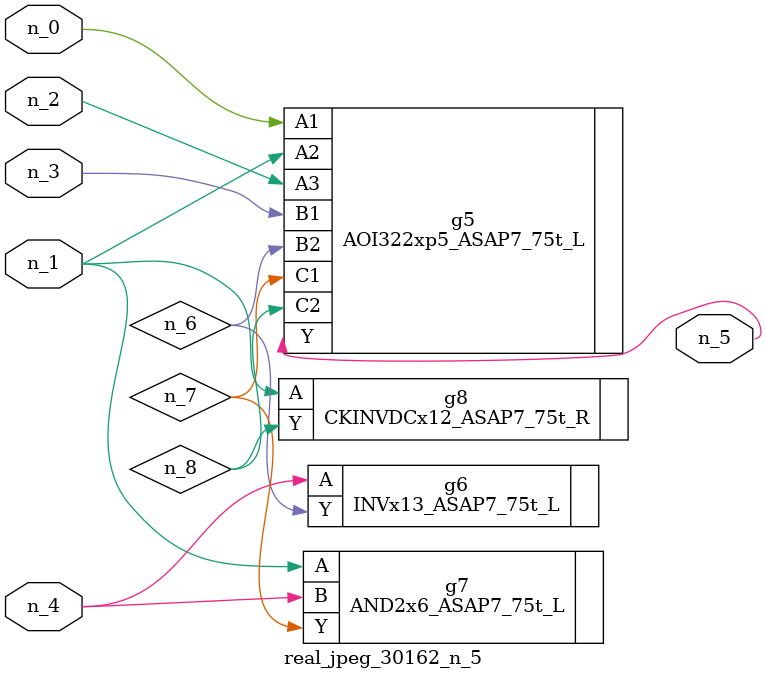
<source format=v>
module real_jpeg_30162_n_5 (n_4, n_0, n_1, n_2, n_3, n_5);

input n_4;
input n_0;
input n_1;
input n_2;
input n_3;

output n_5;

wire n_8;
wire n_6;
wire n_7;

AOI322xp5_ASAP7_75t_L g5 ( 
.A1(n_0),
.A2(n_1),
.A3(n_2),
.B1(n_3),
.B2(n_6),
.C1(n_7),
.C2(n_8),
.Y(n_5)
);

AND2x6_ASAP7_75t_L g7 ( 
.A(n_1),
.B(n_4),
.Y(n_7)
);

CKINVDCx12_ASAP7_75t_R g8 ( 
.A(n_1),
.Y(n_8)
);

INVx13_ASAP7_75t_L g6 ( 
.A(n_4),
.Y(n_6)
);


endmodule
</source>
